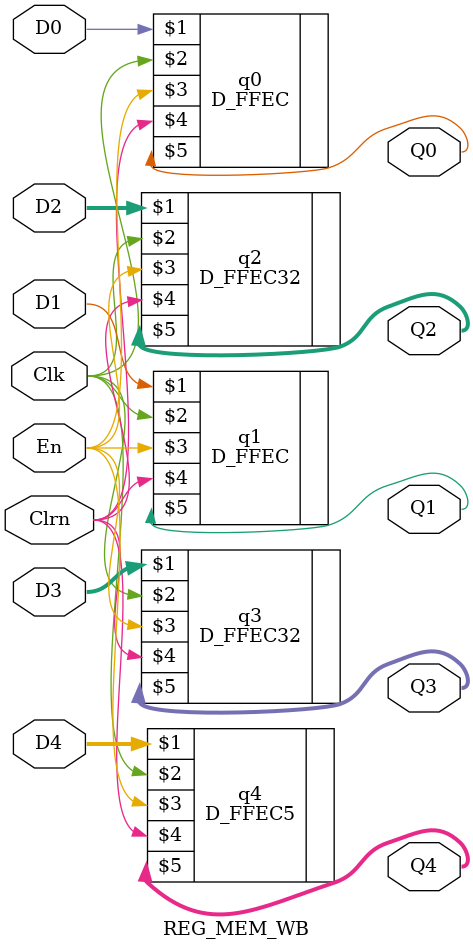
<source format=v>
`timescale 1ns / 1ps


module REG_MEM_WB(D0,D1,D2,D3,D4,En,Clk,Clrn,Q0,Q1,Q2,Q3,Q4);
input D0,D1;
input [31:0] D2,D3;
input [4:0] D4;
input En,Clk,Clrn;
output Q0,Q1;
output [31:0] Q2,Q3;
output [4:0] Q4;
D_FFEC q0(D0,Clk,En,Clrn,Q0);
D_FFEC q1(D1,Clk,En,Clrn,Q1);
D_FFEC32 q2(D2,Clk,En,Clrn,Q2);
D_FFEC32 q3(D3,Clk,En,Clrn,Q3);
D_FFEC5 q4(D4,Clk,En,Clrn,Q4);
endmodule


</source>
